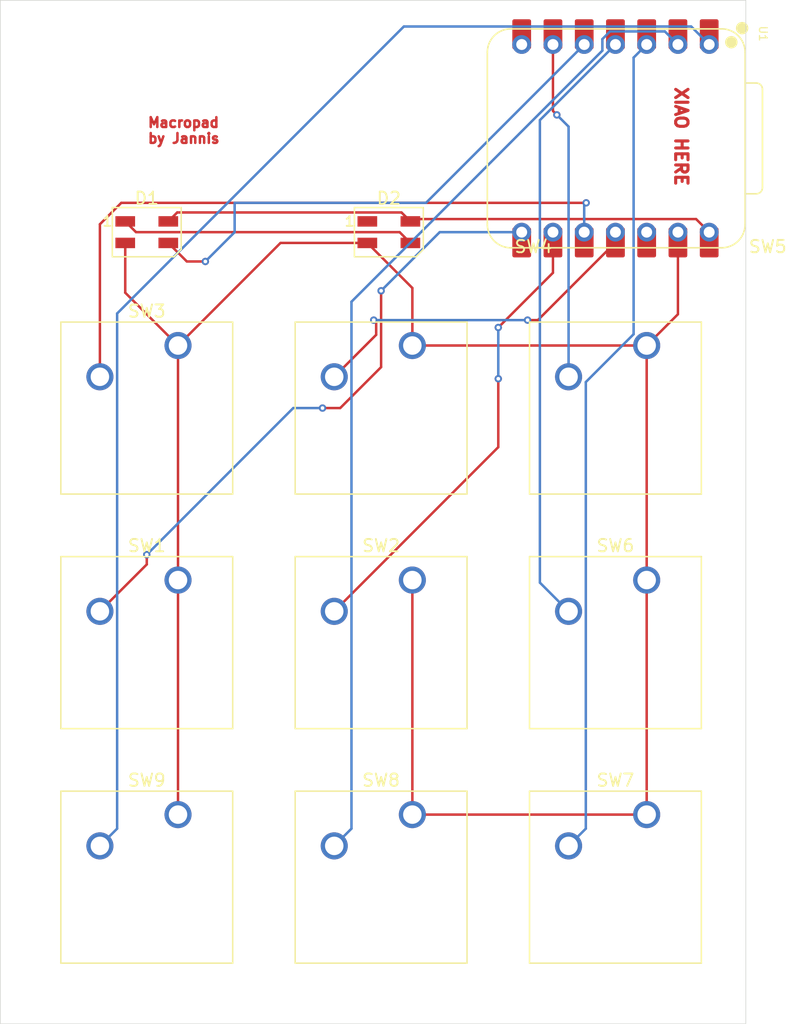
<source format=kicad_pcb>
(kicad_pcb (version 20241229) (generator "pcbnew") (generator_version "9.0")
  (layers (0 "F.Cu" signal) (2 "B.Cu" signal) (13 "F.Paste" user) (15 "B.Paste" user) (5 "F.SilkS" user "F.Silkscreen") (7 "B.SilkS" user "B.Silkscreen") (1 "F.Mask" user) (3 "B.Mask" user) (25 "Edge.Cuts" user))
  (net 0 "")
  (net 1 "Net-(D1-DOUT)")
  (net 2 "GND")
  (net 3 "+5V")
  (net 4 "Net-(D1-DIN)")
  (net 6 "Net-(U1-GPIO1{slash}RX)")
  (net 7 "Net-(U1-GPIO2{slash}SCK)")
  (net 8 "Net-(U1-GPIO4{slash}MISO)")
  (net 9 "Net-(U1-GPIO3{slash}MOSI)")
  (net 10 "Net-(U1-GPIO7{slash}SCL)")
  (net 11 "Net-(U1-GPIO29{slash}ADC3{slash}A3)")
  (net 13 "Net-(U1-GPIO28{slash}ADC2{slash}A2)")
  (net 14 "Net-(U1-GPIO27{slash}ADC1{slash}A1)")
  (net 16 "Net-(U1-GPIO26{slash}ADC0{slash}A0)")
  (footprint "Button_Switch_Keyboard:SW_Cherry_MX_1.00u_Plate" (layer "F.Cu") (at 159.7025 78.26375)
    (property "Reference" "SW4" (at 9.8425 -8.03275 0) (layer "F.SilkS"))
    (property "Value" "SW_Push")
    (fp_line (start -9.525 -1.905) (end 4.445 -1.905) (stroke (width 0.12)) (layer "F.SilkS"))
    (fp_line (start -9.525 12.065) (end -9.525 -1.905) (stroke (width 0.12)) (layer "F.SilkS"))
    (fp_line (start 4.445 -1.905) (end 4.445 12.065) (stroke (width 0.12)) (layer "F.SilkS"))
    (fp_line (start 4.445 12.065) (end -9.525 12.065) (stroke (width 0.12)) (layer "F.SilkS"))
    (pad "" np_thru_hole circle (at -2.54 5.08) (size 4 4) (drill 4) (layers "*.Cu" "*.Mask"))
    (pad "1" thru_hole circle (at 0 0) (size 2.2 2.2) (drill 1.5) (layers "*.Cu" "*.Mask") (net 2 "GND"))
    (pad "2" thru_hole circle (at -6.35 2.54) (size 2.2 2.2) (drill 1.5) (layers "*.Cu" "*.Mask") (net 9 "Net-(U1-GPIO3{slash}MOSI)"))
  )
  (footprint "Button_Switch_Keyboard:SW_Cherry_MX_1.00u_Plate" (layer "F.Cu") (at 178.7525 78.26375)
    (property "Reference" "SW5" (at 9.8425 -8.03275 0) (layer "F.SilkS"))
    (property "Value" "SW_Push")
    (fp_line (start -9.525 -1.905) (end 4.445 -1.905) (stroke (width 0.12)) (layer "F.SilkS"))
    (fp_line (start -9.525 12.065) (end -9.525 -1.905) (stroke (width 0.12)) (layer "F.SilkS"))
    (fp_line (start 4.445 -1.905) (end 4.445 12.065) (stroke (width 0.12)) (layer "F.SilkS"))
    (fp_line (start 4.445 12.065) (end -9.525 12.065) (stroke (width 0.12)) (layer "F.SilkS"))
    (pad "" np_thru_hole circle (at -2.54 5.08) (size 4 4) (drill 4) (layers "*.Cu" "*.Mask"))
    (pad "1" thru_hole circle (at 0 0) (size 2.2 2.2) (drill 1.5) (layers "*.Cu" "*.Mask") (net 2 "GND"))
    (pad "2" thru_hole circle (at -6.35 2.54) (size 2.2 2.2) (drill 1.5) (layers "*.Cu" "*.Mask") (net 10 "Net-(U1-GPIO7{slash}SCL)"))
  )
  (footprint "Button_Switch_Keyboard:SW_Cherry_MX_1.00u_Plate" (layer "F.Cu") (at 159.7025 116.36375)
    (property "Reference" "SW8" (at -2.54 -2.794 0) (layer "F.SilkS"))
    (property "Value" "SW_Push")
    (fp_line (start -9.525 -1.905) (end 4.445 -1.905) (stroke (width 0.12)) (layer "F.SilkS"))
    (fp_line (start -9.525 12.065) (end -9.525 -1.905) (stroke (width 0.12)) (layer "F.SilkS"))
    (fp_line (start 4.445 -1.905) (end 4.445 12.065) (stroke (width 0.12)) (layer "F.SilkS"))
    (fp_line (start 4.445 12.065) (end -9.525 12.065) (stroke (width 0.12)) (layer "F.SilkS"))
    (pad "" np_thru_hole circle (at -2.54 5.08) (size 4 4) (drill 4) (layers "*.Cu" "*.Mask"))
    (pad "1" thru_hole circle (at 0 0) (size 2.2 2.2) (drill 1.5) (layers "*.Cu" "*.Mask") (net 2 "GND"))
    (pad "2" thru_hole circle (at -6.35 2.54) (size 2.2 2.2) (drill 1.5) (layers "*.Cu" "*.Mask") (net 14 "Net-(U1-GPIO27{slash}ADC1{slash}A1)"))
  )
  (footprint "LED_SMD:LED_SK6812MINI_PLCC4_3.5x3.5mm_P1.75mm" (layer "F.Cu") (at 138.1125 69.05625)
    (property "Reference" "D1" (at 0 -2.75 0) (layer "F.SilkS"))
    (property "Value" "SK6812MINI")
    (fp_line (start -2.8 -2) (end -2.8 2) (stroke (width 0.12)) (layer "F.SilkS"))
    (fp_line (start -2.8 -2) (end 2.8 -2) (stroke (width 0.12)) (layer "F.SilkS"))
    (fp_line (start -2.8 2) (end 2.2 2) (stroke (width 0.12)) (layer "F.SilkS"))
    (fp_line (start 2.8 1.4) (end 2.2 2) (stroke (width 0.12)) (layer "F.SilkS"))
    (fp_line (start 2.8 1.4) (end 2.8 -2) (stroke (width 0.12)) (layer "F.SilkS"))
    (fp_text user "1" (at -3.2 -0.875 0) (layer "F.SilkS") (effects (font (size 0.8 0.8))))
    (pad "1" smd rect (at -1.75 -0.875) (size 1.6 0.85) (layers "F.Cu" "F.Mask" "F.Paste") (net 1 "Net-(D1-DOUT)"))
    (pad "2" smd rect (at -1.75 0.875) (size 1.6 0.85) (layers "F.Cu" "F.Mask" "F.Paste") (net 2 "GND"))
    (pad "3" smd rect (at 1.75 0.875) (size 1.6 0.85) (layers "F.Cu" "F.Mask" "F.Paste") (net 4 "Net-(D1-DIN)"))
    (pad "4" smd rect (at 1.75 -0.875) (size 1.6 0.85) (layers "F.Cu" "F.Mask" "F.Paste") (net 3 "+5V"))
  )
  (footprint "Button_Switch_Keyboard:SW_Cherry_MX_1.00u_Plate" (layer "F.Cu") (at 140.6525 116.36375)
    (property "Reference" "SW9" (at -2.54 -2.794 0) (layer "F.SilkS"))
    (property "Value" "SW_Push")
    (fp_line (start -9.525 -1.905) (end 4.445 -1.905) (stroke (width 0.12)) (layer "F.SilkS"))
    (fp_line (start -9.525 12.065) (end -9.525 -1.905) (stroke (width 0.12)) (layer "F.SilkS"))
    (fp_line (start 4.445 -1.905) (end 4.445 12.065) (stroke (width 0.12)) (layer "F.SilkS"))
    (fp_line (start 4.445 12.065) (end -9.525 12.065) (stroke (width 0.12)) (layer "F.SilkS"))
    (pad "" np_thru_hole circle (at -2.54 5.08) (size 4 4) (drill 4) (layers "*.Cu" "*.Mask"))
    (pad "1" thru_hole circle (at 0 0) (size 2.2 2.2) (drill 1.5) (layers "*.Cu" "*.Mask") (net 2 "GND"))
    (pad "2" thru_hole circle (at -6.35 2.54) (size 2.2 2.2) (drill 1.5) (layers "*.Cu" "*.Mask") (net 16 "Net-(U1-GPIO26{slash}ADC0{slash}A0)"))
  )
  (footprint "Button_Switch_Keyboard:SW_Cherry_MX_1.00u_PCB" (layer "F.Cu") (at 140.6525 97.31375)
    (property "Reference" "SW1" (at -2.54 -2.794 0) (layer "F.SilkS"))
    (property "Value" "SW_Push")
    (fp_line (start -9.525 -1.905) (end 4.445 -1.905) (stroke (width 0.12)) (layer "F.SilkS"))
    (fp_line (start -9.525 12.065) (end -9.525 -1.905) (stroke (width 0.12)) (layer "F.SilkS"))
    (fp_line (start 4.445 -1.905) (end 4.445 12.065) (stroke (width 0.12)) (layer "F.SilkS"))
    (fp_line (start 4.445 12.065) (end -9.525 12.065) (stroke (width 0.12)) (layer "F.SilkS"))
    (pad "" np_thru_hole circle (at -7.62 5.08) (size 1.7 1.7) (drill 1.7) (layers "*.Cu" "*.Mask"))
    (pad "" np_thru_hole circle (at -2.54 5.08) (size 4 4) (drill 4) (layers "*.Cu" "*.Mask"))
    (pad "" np_thru_hole circle (at 2.54 5.08) (size 1.7 1.7) (drill 1.7) (layers "*.Cu" "*.Mask"))
    (pad "1" thru_hole circle (at 0 0) (size 2.2 2.2) (drill 1.5) (layers "*.Cu" "*.Mask") (net 2 "GND"))
    (pad "2" thru_hole circle (at -6.35 2.54) (size 2.2 2.2) (drill 1.5) (layers "*.Cu" "*.Mask") (net 6 "Net-(U1-GPIO1{slash}RX)"))
  )
  (footprint "Button_Switch_Keyboard:SW_Cherry_MX_1.00u_Plate" (layer "F.Cu") (at 178.7525 116.36375)
    (property "Reference" "SW7" (at -2.54 -2.794 0) (layer "F.SilkS"))
    (property "Value" "SW_Push")
    (fp_line (start -9.525 -1.905) (end 4.445 -1.905) (stroke (width 0.12)) (layer "F.SilkS"))
    (fp_line (start -9.525 12.065) (end -9.525 -1.905) (stroke (width 0.12)) (layer "F.SilkS"))
    (fp_line (start 4.445 -1.905) (end 4.445 12.065) (stroke (width 0.12)) (layer "F.SilkS"))
    (fp_line (start 4.445 12.065) (end -9.525 12.065) (stroke (width 0.12)) (layer "F.SilkS"))
    (pad "" np_thru_hole circle (at -2.54 5.08) (size 4 4) (drill 4) (layers "*.Cu" "*.Mask"))
    (pad "1" thru_hole circle (at 0 0) (size 2.2 2.2) (drill 1.5) (layers "*.Cu" "*.Mask") (net 2 "GND"))
    (pad "2" thru_hole circle (at -6.35 2.54) (size 2.2 2.2) (drill 1.5) (layers "*.Cu" "*.Mask") (net 13 "Net-(U1-GPIO28{slash}ADC2{slash}A2)"))
  )
  (footprint "Button_Switch_Keyboard:SW_Cherry_MX_1.00u_Plate" (layer "F.Cu") (at 178.7525 97.31375)
    (property "Reference" "SW6" (at -2.54 -2.794 0) (layer "F.SilkS"))
    (property "Value" "SW_Push")
    (fp_line (start -9.525 -1.905) (end 4.445 -1.905) (stroke (width 0.12)) (layer "F.SilkS"))
    (fp_line (start -9.525 12.065) (end -9.525 -1.905) (stroke (width 0.12)) (layer "F.SilkS"))
    (fp_line (start 4.445 -1.905) (end 4.445 12.065) (stroke (width 0.12)) (layer "F.SilkS"))
    (fp_line (start 4.445 12.065) (end -9.525 12.065) (stroke (width 0.12)) (layer "F.SilkS"))
    (pad "" np_thru_hole circle (at -2.54 5.08) (size 4 4) (drill 4) (layers "*.Cu" "*.Mask"))
    (pad "1" thru_hole circle (at 0 0) (size 2.2 2.2) (drill 1.5) (layers "*.Cu" "*.Mask") (net 2 "GND"))
    (pad "2" thru_hole circle (at -6.35 2.54) (size 2.2 2.2) (drill 1.5) (layers "*.Cu" "*.Mask") (net 11 "Net-(U1-GPIO29{slash}ADC3{slash}A3)"))
  )
  (footprint "Button_Switch_Keyboard:SW_Cherry_MX_1.00u_Plate" (layer "F.Cu") (at 159.7025 97.31375)
    (property "Reference" "SW2" (at -2.54 -2.794 0) (layer "F.SilkS"))
    (property "Value" "SW_Push")
    (fp_line (start -9.525 -1.905) (end 4.445 -1.905) (stroke (width 0.12)) (layer "F.SilkS"))
    (fp_line (start -9.525 12.065) (end -9.525 -1.905) (stroke (width 0.12)) (layer "F.SilkS"))
    (fp_line (start 4.445 -1.905) (end 4.445 12.065) (stroke (width 0.12)) (layer "F.SilkS"))
    (fp_line (start 4.445 12.065) (end -9.525 12.065) (stroke (width 0.12)) (layer "F.SilkS"))
    (pad "" np_thru_hole circle (at -2.54 5.08) (size 4 4) (drill 4) (layers "*.Cu" "*.Mask"))
    (pad "1" thru_hole circle (at 0 0) (size 2.2 2.2) (drill 1.5) (layers "*.Cu" "*.Mask") (net 2 "GND"))
    (pad "2" thru_hole circle (at -6.35 2.54) (size 2.2 2.2) (drill 1.5) (layers "*.Cu" "*.Mask") (net 7 "Net-(U1-GPIO2{slash}SCK)"))
  )
  (footprint "Button_Switch_Keyboard:SW_Cherry_MX_1.00u_Plate" (layer "F.Cu") (at 140.6525 78.26375)
    (property "Reference" "SW3" (at -2.54 -2.794 0) (layer "F.SilkS"))
    (property "Value" "SW_Push")
    (fp_line (start -9.525 -1.905) (end 4.445 -1.905) (stroke (width 0.12)) (layer "F.SilkS"))
    (fp_line (start -9.525 12.065) (end -9.525 -1.905) (stroke (width 0.12)) (layer "F.SilkS"))
    (fp_line (start 4.445 -1.905) (end 4.445 12.065) (stroke (width 0.12)) (layer "F.SilkS"))
    (fp_line (start 4.445 12.065) (end -9.525 12.065) (stroke (width 0.12)) (layer "F.SilkS"))
    (pad "" np_thru_hole circle (at -2.54 5.08) (size 4 4) (drill 4) (layers "*.Cu" "*.Mask"))
    (pad "1" thru_hole circle (at 0 0) (size 2.2 2.2) (drill 1.5) (layers "*.Cu" "*.Mask") (net 2 "GND"))
    (pad "2" thru_hole circle (at -6.35 2.54) (size 2.2 2.2) (drill 1.5) (layers "*.Cu" "*.Mask") (net 8 "Net-(U1-GPIO4{slash}MISO)"))
  )
  (footprint "OPL:XIAO-RP2040-DIP" (layer "F.Cu") (at 176.2125 61.43625 -90)
    (property "Reference" "U1" (at -8.5 -12 270) (layer "F.SilkS") (effects (font (size 0.635 0.635) (thickness 0.1016))))
    (property "Value" "XIAO-RP2040-DIP")
    (fp_line (start -6.985 10.414) (end 6.985 10.414) (stroke (width 0.127)) (layer "F.SilkS"))
    (fp_line (start -8.89 8.509) (end -8.89 -8.636) (stroke (width 0.127)) (layer "F.SilkS"))
    (fp_line (start 8.89 8.509) (end 8.89 -8.636) (stroke (width 0.127)) (layer "F.SilkS"))
    (fp_line (start -4.495 -10.541) (end -4.491272 -11.451272) (stroke (width 0.127)) (layer "F.SilkS"))
    (fp_line (start 6.985 -10.541) (end -6.985 -10.541) (stroke (width 0.1)) (layer "F.SilkS"))
    (fp_line (start 6.985 -10.541) (end -6.985 -10.541) (stroke (width 0.127)) (layer "F.SilkS"))
    (fp_line (start 4.504 -11.451) (end 4.504 -10.541) (stroke (width 0.127)) (layer "F.SilkS"))
    (fp_line (start -3.991272 -11.951) (end 4.004 -11.951) (stroke (width 0.127)) (layer "F.SilkS"))
    (fp_arc (start -6.985 10.414) (mid -8.332038 9.856038) (end -8.89 8.509) (stroke (width 0.127)) (layer "F.SilkS"))
    (fp_arc (start 8.89 8.509) (mid 8.332038 9.856038) (end 6.985 10.414) (stroke (width 0.127)) (layer "F.SilkS"))
    (fp_arc (start -8.89 -8.636) (mid -8.332038 -9.983038) (end -6.985 -10.541) (stroke (width 0.127)) (layer "F.SilkS"))
    (fp_arc (start 6.985 -10.541) (mid 8.332038 -9.983038) (end 8.89 -8.636) (stroke (width 0.127)) (layer "F.SilkS"))
    (fp_arc (start -4.491272 -11.451272) (mid -4.344728 -11.80464) (end -3.991272 -11.951) (stroke (width 0.127)) (layer "F.SilkS"))
    (fp_arc (start 4.004 -11.951) (mid 4.357553 -11.804553) (end 4.504 -11.451) (stroke (width 0.127)) (layer "F.SilkS"))
    (fp_circle (center -7.807 -9.42) (end -7.807 -9.674) (stroke (width 0.5)) (fill yes) (layer "F.SilkS"))
    (fp_circle (center -8.95 -10.3) (end -8.95 -10.554) (stroke (width 0.5)) (fill yes) (layer "F.SilkS"))
    (pad "1" smd roundrect (at -8.455 -7.62 90) (size 2.432 1.524) (layers "F.Cu" "F.Mask") (roundrect_rratio 0.1) (net 16 "Net-(U1-GPIO26{slash}ADC0{slash}A0)"))
    (pad "1" thru_hole circle (at -7.62 -7.62 90) (size 1.524 1.524) (drill 0.889) (layers "*.Cu" "*.Mask") (net 16 "Net-(U1-GPIO26{slash}ADC0{slash}A0)"))
    (pad "2" smd roundrect (at -8.455 -5.08 90) (size 2.432 1.524) (layers "F.Cu" "F.Mask") (roundrect_rratio 0.1) (net 14 "Net-(U1-GPIO27{slash}ADC1{slash}A1)"))
    (pad "2" thru_hole circle (at -7.62 -5.08 90) (size 1.524 1.524) (drill 0.889) (layers "*.Cu" "*.Mask") (net 14 "Net-(U1-GPIO27{slash}ADC1{slash}A1)"))
    (pad "3" smd roundrect (at -8.455 -2.54 90) (size 2.432 1.524) (layers "F.Cu" "F.Mask") (roundrect_rratio 0.1) (net 13 "Net-(U1-GPIO28{slash}ADC2{slash}A2)"))
    (pad "3" thru_hole circle (at -7.62 -2.54 90) (size 1.524 1.524) (drill 0.889) (layers "*.Cu" "*.Mask") (net 13 "Net-(U1-GPIO28{slash}ADC2{slash}A2)"))
    (pad "4" smd roundrect (at -8.455 0 90) (size 2.432 1.524) (layers "F.Cu" "F.Mask") (roundrect_rratio 0.1) (net 11 "Net-(U1-GPIO29{slash}ADC3{slash}A3)"))
    (pad "4" thru_hole circle (at -7.62 0 90) (size 1.524 1.524) (drill 0.889) (layers "*.Cu" "*.Mask") (net 11 "Net-(U1-GPIO29{slash}ADC3{slash}A3)"))
    (pad "5" smd roundrect (at -8.455 2.54 90) (size 2.432 1.524) (layers "F.Cu" "F.Mask") (roundrect_rratio 0.1) (net 4 "Net-(D1-DIN)"))
    (pad "5" thru_hole circle (at -7.62 2.54 90) (size 1.524 1.524) (drill 0.889) (layers "*.Cu" "*.Mask") (net 4 "Net-(D1-DIN)"))
    (pad "6" smd roundrect (at -8.455 5.08 90) (size 2.432 1.524) (layers "F.Cu" "F.Mask") (roundrect_rratio 0.1) (net 10 "Net-(U1-GPIO7{slash}SCL)"))
    (pad "6" thru_hole circle (at -7.62 5.08 90) (size 1.524 1.524) (drill 0.889) (layers "*.Cu" "*.Mask") (net 10 "Net-(U1-GPIO7{slash}SCL)"))
    (pad "7" smd roundrect (at -8.455 7.62 90) (size 2.432 1.524) (layers "F.Cu" "F.Mask") (roundrect_rratio 0.1))
    (pad "7" thru_hole circle (at -7.62 7.62 90) (size 1.524 1.524) (drill 0.889) (layers "*.Cu" "*.Mask"))
    (pad "8" thru_hole circle (at 7.62 7.62 270) (size 1.524 1.524) (drill 0.889) (layers "*.Cu" "*.Mask") (net 6 "Net-(U1-GPIO1{slash}RX)"))
    (pad "8" smd roundrect (at 8.455 7.62 270) (size 2.432 1.524) (layers "F.Cu" "F.Mask") (roundrect_rratio 0.1) (net 6 "Net-(U1-GPIO1{slash}RX)"))
    (pad "9" thru_hole circle (at 7.62 5.08 270) (size 1.524 1.524) (drill 0.889) (layers "*.Cu" "*.Mask") (net 7 "Net-(U1-GPIO2{slash}SCK)"))
    (pad "9" smd roundrect (at 8.455 5.08 270) (size 2.432 1.524) (layers "F.Cu" "F.Mask") (roundrect_rratio 0.1) (net 7 "Net-(U1-GPIO2{slash}SCK)"))
    (pad "10" thru_hole circle (at 7.62 2.54 270) (size 1.524 1.524) (drill 0.889) (layers "*.Cu" "*.Mask") (net 8 "Net-(U1-GPIO4{slash}MISO)"))
    (pad "10" smd roundrect (at 8.455 2.54 270) (size 2.432 1.524) (layers "F.Cu" "F.Mask") (roundrect_rratio 0.1) (net 8 "Net-(U1-GPIO4{slash}MISO)"))
    (pad "11" thru_hole circle (at 7.62 0 270) (size 1.524 1.524) (drill 0.889) (layers "*.Cu" "*.Mask") (net 9 "Net-(U1-GPIO3{slash}MOSI)"))
    (pad "11" smd roundrect (at 8.455 0 270) (size 2.432 1.524) (layers "F.Cu" "F.Mask") (roundrect_rratio 0.1) (net 9 "Net-(U1-GPIO3{slash}MOSI)"))
    (pad "12" thru_hole circle (at 7.62 -2.54 270) (size 1.524 1.524) (drill 0.889) (layers "*.Cu" "*.Mask"))
    (pad "12" smd roundrect (at 8.455 -2.54 270) (size 2.432 1.524) (layers "F.Cu" "F.Mask") (roundrect_rratio 0.1))
    (pad "13" thru_hole circle (at 7.62 -5.08 270) (size 1.524 1.524) (drill 0.889) (layers "*.Cu" "*.Mask") (net 2 "GND"))
    (pad "13" smd roundrect (at 8.455 -5.08 270) (size 2.432 1.524) (layers "F.Cu" "F.Mask") (roundrect_rratio 0.1) (net 2 "GND"))
    (pad "14" thru_hole circle (at 7.62 -7.62 270) (size 1.524 1.524) (drill 0.889) (layers "*.Cu" "*.Mask") (net 3 "+5V"))
    (pad "14" smd roundrect (at 8.455 -7.62 270) (size 2.432 1.524) (layers "F.Cu" "F.Mask") (roundrect_rratio 0.1) (net 3 "+5V"))
  )
  (footprint "LED_SMD:LED_SK6812MINI_PLCC4_3.5x3.5mm_P1.75mm" (layer "F.Cu") (at 157.79375 69.05625)
    (property "Reference" "D2" (at 0 -2.75 0) (layer "F.SilkS"))
    (property "Value" "SK6812MINI")
    (fp_line (start -2.8 -2) (end -2.8 2) (stroke (width 0.12)) (layer "F.SilkS"))
    (fp_line (start -2.8 -2) (end 2.8 -2) (stroke (width 0.12)) (layer "F.SilkS"))
    (fp_line (start -2.8 2) (end 2.2 2) (stroke (width 0.12)) (layer "F.SilkS"))
    (fp_line (start 2.8 1.4) (end 2.2 2) (stroke (width 0.12)) (layer "F.SilkS"))
    (fp_line (start 2.8 1.4) (end 2.8 -2) (stroke (width 0.12)) (layer "F.SilkS"))
    (fp_text user "1" (at -3.2 -0.875 0) (layer "F.SilkS") (effects (font (size 0.8 0.8))))
    (pad "1" smd rect (at -1.75 -0.875) (size 1.6 0.85) (layers "F.Cu" "F.Mask" "F.Paste"))
    (pad "2" smd rect (at -1.75 0.875) (size 1.6 0.85) (layers "F.Cu" "F.Mask" "F.Paste") (net 2 "GND"))
    (pad "3" smd rect (at 1.75 0.875) (size 1.6 0.85) (layers "F.Cu" "F.Mask" "F.Paste") (net 1 "Net-(D1-DOUT)"))
    (pad "4" smd rect (at 1.75 -0.875) (size 1.6 0.85) (layers "F.Cu" "F.Mask" "F.Paste") (net 3 "+5V"))
  )
  (gr_rect (start 126.20625 50.225255) (end 186.811411 133.35) (stroke (width 0.05)) (fill no) (layer "Edge.Cuts"))
  (gr_text "XIAO HERE" (at 180.975 57.15 270) (layer "F.Cu") (effects (font (size 1 1) (thickness 0.25) (bold yes)) (justify left bottom)))
  (gr_text "Macropad\nby Jannis" (at 138.1125 61.9125 0) (layer "F.Cu") (effects (font (size 0.8 0.8) (thickness 0.2) (bold yes)) (justify left bottom)))
  (segment (start 136.4395 68.18125) (end 136.3625 68.18125) (width 0.2) (layer "F.Cu") (net 1))
  (segment (start 137.2375 69.05625) (end 158.66875 69.05625) (width 0.2) (layer "F.Cu") (net 1))
  (segment (start 158.66875 69.05625) (end 159.54375 69.93125) (width 0.2) (layer "F.Cu") (net 1))
  (segment (start 136.3625 68.18125) (end 137.2375 69.05625) (width 0.2) (layer "F.Cu") (net 1))
  (segment (start 140.6525 78.26375) (end 136.3625 73.97375) (width 0.2) (layer "F.Cu") (net 2))
  (segment (start 178.7525 78.26375) (end 181.2925 75.72375) (width 0.2) (layer "F.Cu") (net 2))
  (segment (start 136.3625 73.97375) (end 136.3625 69.93125) (width 0.2) (layer "F.Cu") (net 2))
  (segment (start 140.6525 78.26375) (end 148.985 69.93125) (width 0.2) (layer "F.Cu") (net 2))
  (segment (start 140.6525 116.36375) (end 140.6525 97.31375) (width 0.2) (layer "F.Cu") (net 2))
  (segment (start 178.7525 97.31375) (end 178.7525 116.36375) (width 0.2) (layer "F.Cu") (net 2))
  (segment (start 178.7525 78.26375) (end 178.7525 97.31375) (width 0.2) (layer "F.Cu") (net 2))
  (segment (start 140.6525 78.26375) (end 140.6525 97.31375) (width 0.2) (layer "F.Cu") (net 2))
  (segment (start 159.7025 78.26375) (end 159.7025 73.59) (width 0.2) (layer "F.Cu") (net 2))
  (segment (start 159.7025 116.36375) (end 178.7525 116.36375) (width 0.2) (layer "F.Cu") (net 2))
  (segment (start 159.7025 78.26375) (end 178.7525 78.26375) (width 0.2) (layer "F.Cu") (net 2))
  (segment (start 148.985 69.93125) (end 156.04375 69.93125) (width 0.2) (layer "F.Cu") (net 2))
  (segment (start 159.7025 97.31375) (end 159.7025 116.36375) (width 0.2) (layer "F.Cu") (net 2))
  (segment (start 181.2925 75.72375) (end 181.2925 69.05625) (width 0.2) (layer "F.Cu") (net 2))
  (segment (start 159.7025 73.59) (end 156.04375 69.93125) (width 0.2) (layer "F.Cu") (net 2))
  (segment (start 159.73175 67.99325) (end 182.7695 67.99325) (width 0.2) (layer "F.Cu") (net 3))
  (segment (start 158.81775 67.45525) (end 159.54375 68.18125) (width 0.2) (layer "F.Cu") (net 3))
  (segment (start 140.5885 67.45525) (end 158.81775 67.45525) (width 0.2) (layer "F.Cu") (net 3))
  (segment (start 182.7695 67.99325) (end 183.8325 69.05625) (width 0.2) (layer "F.Cu") (net 3))
  (segment (start 139.8625 68.18125) (end 140.5885 67.45525) (width 0.2) (layer "F.Cu") (net 3))
  (segment (start 159.54375 68.18125) (end 159.73175 67.99325) (width 0.2) (layer "F.Cu") (net 3))
  (segment (start 142.875 71.4375) (end 141.36875 71.4375) (width 0.2) (layer "F.Cu") (net 4))
  (segment (start 141.36875 71.4375) (end 139.8625 69.93125) (width 0.2) (layer "F.Cu") (net 4))
  (via (at 142.875 71.4375) (size 0.6) (drill 0.3) (layers "F.Cu" "B.Cu") (net 4))
  (segment (start 160.81375 66.675) (end 173.6725 53.81625) (width 0.2) (layer "B.Cu") (net 4))
  (segment (start 142.875 71.4375) (end 145.25625 69.05625) (width 0.2) (layer "B.Cu") (net 4))
  (segment (start 145.25625 69.05625) (end 145.25625 66.675) (width 0.2) (layer "B.Cu") (net 4))
  (segment (start 145.25625 66.675) (end 160.81375 66.675) (width 0.2) (layer "B.Cu") (net 4))
  (segment (start 153.837684 83.34375) (end 157.1625 80.018934) (width 0.2) (layer "F.Cu") (net 6))
  (segment (start 152.4 83.34375) (end 153.837684 83.34375) (width 0.2) (layer "F.Cu") (net 6))
  (segment (start 134.3025 99.85375) (end 138.1125 96.04375) (width 0.2) (layer "F.Cu") (net 6))
  (segment (start 157.1625 80.018934) (end 157.1625 73.81875) (width 0.2) (layer "F.Cu") (net 6))
  (segment (start 138.1125 96.04375) (end 138.1125 95.25) (width 0.2) (layer "F.Cu") (net 6))
  (via (at 152.4 83.34375) (size 0.6) (drill 0.3) (layers "F.Cu" "B.Cu") (net 6))
  (via (at 138.1125 95.25) (size 0.6) (drill 0.3) (layers "F.Cu" "B.Cu") (net 6))
  (via (at 157.1625 73.81875) (size 0.6) (drill 0.3) (layers "F.Cu" "B.Cu") (net 6))
  (segment (start 138.1125 95.25) (end 150.01875 83.34375) (width 0.2) (layer "B.Cu") (net 6))
  (segment (start 161.925 69.05625) (end 168.5925 69.05625) (width 0.2) (layer "B.Cu") (net 6))
  (segment (start 157.1625 73.81875) (end 161.925 69.05625) (width 0.2) (layer "B.Cu") (net 6))
  (segment (start 150.01875 83.34375) (end 152.4 83.34375) (width 0.2) (layer "B.Cu") (net 6))
  (segment (start 153.3525 99.85375) (end 166.6875 86.51875) (width 0.2) (layer "F.Cu") (net 7))
  (segment (start 171.1325 72.355) (end 171.1325 69.89125) (width 0.2) (layer "F.Cu") (net 7))
  (segment (start 166.6875 76.8) (end 171.1325 72.355) (width 0.2) (layer "F.Cu") (net 7))
  (segment (start 166.6875 86.51875) (end 166.6875 80.9625) (width 0.2) (layer "F.Cu") (net 7))
  (via (at 166.6875 80.9625) (size 0.6) (drill 0.3) (layers "F.Cu" "B.Cu") (net 7))
  (via (at 166.6875 76.8) (size 0.6) (drill 0.3) (layers "F.Cu" "B.Cu") (net 7))
  (segment (start 166.6875 80.9625) (end 166.6875 76.8) (width 0.2) (layer "B.Cu") (net 7))
  (segment (start 136.04175 66.675) (end 134.3025 68.41425) (width 0.2) (layer "F.Cu") (net 8))
  (segment (start 173.83125 66.675) (end 136.04175 66.675) (width 0.2) (layer "F.Cu") (net 8))
  (segment (start 134.3025 68.41425) (end 134.3025 80.80375) (width 0.2) (layer "F.Cu") (net 8))
  (via (at 173.83125 66.675) (size 0.6) (drill 0.3) (layers "F.Cu" "B.Cu") (net 8))
  (segment (start 173.83125 66.675) (end 173.6725 66.83375) (width 0.2) (layer "B.Cu") (net 8))
  (segment (start 173.6725 66.83375) (end 173.6725 69.05625) (width 0.2) (layer "B.Cu") (net 8))
  (segment (start 156.7615 77.39475) (end 156.7615 76.2) (width 0.2) (layer "F.Cu") (net 9))
  (segment (start 156.7615 76.2) (end 156.5625 76.2) (width 0.2) (layer "F.Cu") (net 9))
  (segment (start 169.90375 76.2) (end 176.2125 69.89125) (width 0.2) (layer "F.Cu") (net 9))
  (segment (start 153.3525 80.80375) (end 156.7615 77.39475) (width 0.2) (layer "F.Cu") (net 9))
  (segment (start 169.06875 76.2) (end 169.90375 76.2) (width 0.2) (layer "F.Cu") (net 9))
  (via (at 156.5625 76.2) (size 0.6) (drill 0.3) (layers "F.Cu" "B.Cu") (net 9))
  (via (at 169.06875 76.2) (size 0.6) (drill 0.3) (layers "F.Cu" "B.Cu") (net 9))
  (segment (start 156.5625 76.2) (end 169.06875 76.2) (width 0.2) (layer "B.Cu") (net 9))
  (segment (start 171.1325 59.21375) (end 171.45 59.53125) (width 0.2) (layer "F.Cu") (net 10))
  (segment (start 171.1325 53.81625) (end 171.1325 59.21375) (width 0.2) (layer "F.Cu") (net 10))
  (via (at 171.45 59.53125) (size 0.6) (drill 0.3) (layers "F.Cu" "B.Cu") (net 10))
  (segment (start 172.4025 60.48375) (end 172.4025 80.80375) (width 0.2) (layer "B.Cu") (net 10))
  (segment (start 171.45 59.53125) (end 172.4025 60.48375) (width 0.2) (layer "B.Cu") (net 10))
  (segment (start 176.2125 53.81625) (end 170.0695 59.95925) (width 0.2) (layer "B.Cu") (net 11))
  (segment (start 170.0695 59.95925) (end 170.0695 97.52075) (width 0.2) (layer "B.Cu") (net 11))
  (segment (start 170.0695 97.52075) (end 172.4025 99.85375) (width 0.2) (layer "B.Cu") (net 11))
  (segment (start 177.6895 54.87925) (end 177.6895 77.345436) (width 0.2) (layer "B.Cu") (net 13))
  (segment (start 173.8035 81.231436) (end 173.8035 117.50275) (width 0.2) (layer "B.Cu") (net 13))
  (segment (start 177.6895 77.345436) (end 173.8035 81.231436) (width 0.2) (layer "B.Cu") (net 13))
  (segment (start 173.8035 117.50275) (end 172.4025 118.90375) (width 0.2) (layer "B.Cu") (net 13))
  (segment (start 178.7525 53.81625) (end 177.6895 54.87925) (width 0.2) (layer "B.Cu") (net 13))
  (segment (start 175.1495 53.37594) (end 175.1495 54.31215) (width 0.2) (layer "B.Cu") (net 14))
  (segment (start 175.77219 52.75325) (end 175.1495 53.37594) (width 0.2) (layer "B.Cu") (net 14))
  (segment (start 154.7535 117.50275) (end 153.3525 118.90375) (width 0.2) (layer "B.Cu") (net 14))
  (segment (start 154.7535 74.70815) (end 154.7535 117.50275) (width 0.2) (layer "B.Cu") (net 14))
  (segment (start 180.2295 52.75325) (end 175.77219 52.75325) (width 0.2) (layer "B.Cu") (net 14))
  (segment (start 175.1495 54.31215) (end 154.7535 74.70815) (width 0.2) (layer "B.Cu") (net 14))
  (segment (start 181.2925 53.81625) (end 180.2295 52.75325) (width 0.2) (layer "B.Cu") (net 14))
  (segment (start 135.7035 117.50275) (end 134.3025 118.90375) (width 0.2) (layer "B.Cu") (net 16))
  (segment (start 182.3685 52.35225) (end 159.0119 52.35225) (width 0.2) (layer "B.Cu") (net 16))
  (segment (start 159.0119 52.35225) (end 135.7035 75.66065) (width 0.2) (layer "B.Cu") (net 16))
  (segment (start 183.8325 53.81625) (end 182.3685 52.35225) (width 0.2) (layer "B.Cu") (net 16))
  (segment (start 135.7035 75.66065) (end 135.7035 117.50275) (width 0.2) (layer "B.Cu") (net 16))
)
</source>
